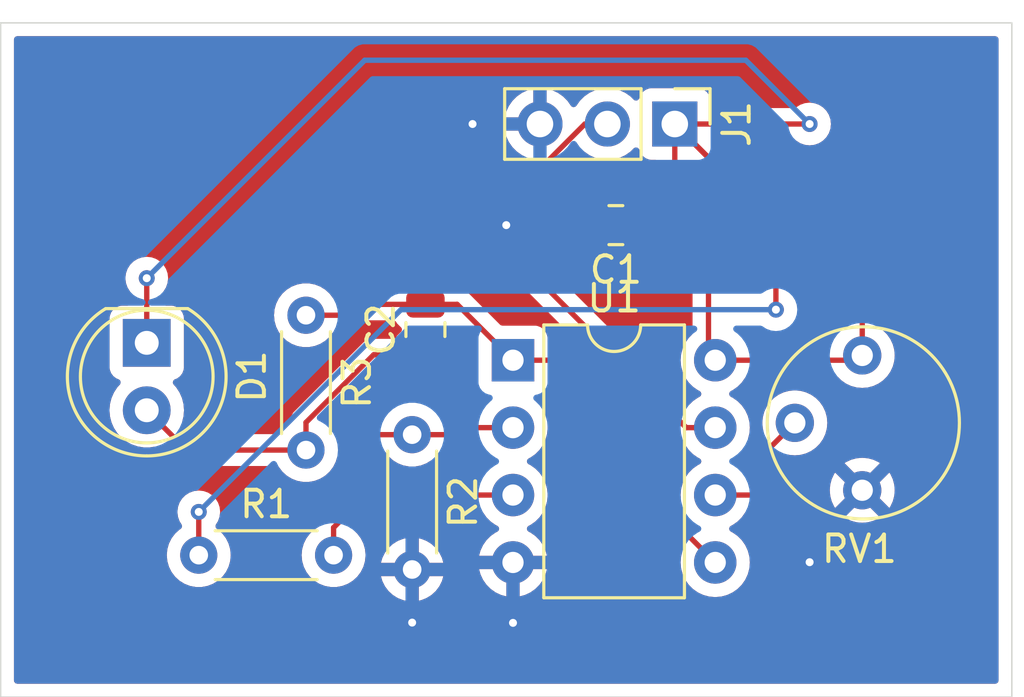
<source format=kicad_pcb>
(kicad_pcb (version 20240108) (generator "pcbnew") (generator_version "8.0")
  (layers (0 "F.Cu" signal) (31 "B.Cu" signal) (34 "B.Paste" user) (35 "F.Paste" user) (36 "B.SilkS" user "B.Silkscreen") (37 "F.SilkS" user "F.Silkscreen") (38 "B.Mask" user) (39 "F.Mask" user) (44 "Edge.Cuts" user))
  (net 0 "")
  (net 1 "+3.3V")
  (net 2 "GND")
  (net 3 "Net-(D1-A)")
  (net 4 "Net-(U1B-+)")
  (net 5 "Net-(J1-Pin_2)")
  (net 6 "Net-(U1A-+)")
  (net 7 "Net-(U1B--)")
  (footprint "Resistor_THT:R_Axial_DIN0204_L3.6mm_D1.6mm_P5.08mm_Horizontal" (layer "F.Cu") (at 32.864 45.455)
    (property "Reference" "R1" (at 2.54 -1.92 0) (layer "F.SilkS"))
    (property "Value" "10k")
    (fp_line (start 0.62 -0.92) (end 4.46 -0.92) (stroke (width 0.12)) (layer "F.SilkS"))
    (fp_line (start 0.62 0.92) (end 4.46 0.92) (stroke (width 0.12)) (layer "F.SilkS"))
    (pad "1" thru_hole circle (at 0 0) (size 1.4 1.4) (drill 0.7) (layers "*.Cu" "*.Mask") (net 1 "+3.3V"))
    (pad "2" thru_hole oval (at 5.08 0) (size 1.4 1.4) (drill 0.7) (layers "*.Cu" "*.Mask") (net 6 "Net-(U1A-+)"))
  )
  (footprint "Package_DIP:DIP-8_W7.62mm" (layer "F.Cu") (at 44.704 38.11)
    (property "Reference" "U1" (at 3.81 -2.33 0) (layer "F.SilkS"))
    (property "Value" "LMC6482")
    (fp_line (start 1.16 -1.33) (end 1.16 8.95) (stroke (width 0.12)) (layer "F.SilkS"))
    (fp_line (start 1.16 8.95) (end 6.46 8.95) (stroke (width 0.12)) (layer "F.SilkS"))
    (fp_line (start 2.81 -1.33) (end 1.16 -1.33) (stroke (width 0.12)) (layer "F.SilkS"))
    (fp_line (start 6.46 -1.33) (end 4.81 -1.33) (stroke (width 0.12)) (layer "F.SilkS"))
    (fp_line (start 6.46 8.95) (end 6.46 -1.33) (stroke (width 0.12)) (layer "F.SilkS"))
    (fp_arc (start 4.81 -1.33) (mid 3.81 -0.33) (end 2.81 -1.33) (stroke (width 0.12)) (layer "F.SilkS"))
    (pad "1" thru_hole rect (at 0 0) (size 1.6 1.6) (drill 0.8) (layers "*.Cu" "*.Mask") (net 4 "Net-(U1B-+)"))
    (pad "2" thru_hole oval (at 0 2.54) (size 1.6 1.6) (drill 0.8) (layers "*.Cu" "*.Mask") (net 3 "Net-(D1-A)"))
    (pad "3" thru_hole oval (at 0 5.08) (size 1.6 1.6) (drill 0.8) (layers "*.Cu" "*.Mask") (net 6 "Net-(U1A-+)"))
    (pad "4" thru_hole oval (at 0 7.62) (size 1.6 1.6) (drill 0.8) (layers "*.Cu" "*.Mask") (net 2 "GND"))
    (pad "5" thru_hole oval (at 7.62 7.62) (size 1.6 1.6) (drill 0.8) (layers "*.Cu" "*.Mask") (net 4 "Net-(U1B-+)"))
    (pad "6" thru_hole oval (at 7.62 5.08) (size 1.6 1.6) (drill 0.8) (layers "*.Cu" "*.Mask") (net 7 "Net-(U1B--)"))
    (pad "7" thru_hole oval (at 7.62 2.54) (size 1.6 1.6) (drill 0.8) (layers "*.Cu" "*.Mask") (net 5 "Net-(J1-Pin_2)"))
    (pad "8" thru_hole oval (at 7.62 0) (size 1.6 1.6) (drill 0.8) (layers "*.Cu" "*.Mask") (net 1 "+3.3V"))
  )
  (footprint "Potentiometer_THT:Potentiometer_Vishay_T7-YA_Single_Vertical" (layer "F.Cu") (at 57.863 37.93 180)
    (property "Reference" "RV1" (at 0.11 -7.29 0) (layer "F.SilkS"))
    (property "Value" "R_Potentiometer")
    (fp_circle (center -0.041 -2.54) (end 3.579 -2.54) (stroke (width 0.12)) (fill none) (layer "F.SilkS"))
    (pad "1" thru_hole circle (at 0 0 180) (size 1.44 1.44) (drill 0.8) (layers "*.Cu" "*.Mask") (net 1 "+3.3V"))
    (pad "2" thru_hole circle (at 2.54 -2.54 180) (size 1.44 1.44) (drill 0.8) (layers "*.Cu" "*.Mask") (net 7 "Net-(U1B--)"))
    (pad "3" thru_hole circle (at 0 -5.08 180) (size 1.44 1.44) (drill 0.8) (layers "*.Cu" "*.Mask") (net 2 "GND"))
  )
  (footprint "Resistor_THT:R_Axial_DIN0204_L3.6mm_D1.6mm_P5.08mm_Horizontal" (layer "F.Cu") (at 36.904 36.415 -90)
    (property "Reference" "R3" (at 2.54 -1.92 -90) (layer "F.SilkS"))
    (property "Value" "5.1M")
    (fp_line (start 0.62 0.92) (end 4.46 0.92) (stroke (width 0.12)) (layer "F.SilkS"))
    (fp_line (start 0.62 -0.92) (end 4.46 -0.92) (stroke (width 0.12)) (layer "F.SilkS"))
    (pad "1" thru_hole circle (at 0 0 270) (size 1.4 1.4) (drill 0.7) (layers "*.Cu" "*.Mask") (net 4 "Net-(U1B-+)"))
    (pad "2" thru_hole oval (at 5.08 0 270) (size 1.4 1.4) (drill 0.7) (layers "*.Cu" "*.Mask") (net 3 "Net-(D1-A)"))
  )
  (footprint "Resistor_THT:R_Axial_DIN0204_L3.6mm_D1.6mm_P5.08mm_Horizontal" (layer "F.Cu") (at 40.904 40.915 -90)
    (property "Reference" "R2" (at 2.54 -1.92 -90) (layer "F.SilkS"))
    (property "Value" "10k")
    (fp_line (start 0.62 0.92) (end 4.46 0.92) (stroke (width 0.12)) (layer "F.SilkS"))
    (fp_line (start 0.62 -0.92) (end 4.46 -0.92) (stroke (width 0.12)) (layer "F.SilkS"))
    (pad "1" thru_hole circle (at 0 0 270) (size 1.4 1.4) (drill 0.7) (layers "*.Cu" "*.Mask") (net 6 "Net-(U1A-+)"))
    (pad "2" thru_hole oval (at 5.08 0 270) (size 1.4 1.4) (drill 0.7) (layers "*.Cu" "*.Mask") (net 2 "GND"))
  )
  (footprint "Connector_PinHeader_2.54mm:PinHeader_1x03_P2.54mm_Vertical" (layer "F.Cu") (at 50.8 29.21 -90)
    (property "Reference" "J1" (at 0 -2.33 90) (layer "F.SilkS"))
    (property "Value" "Conn_01x03")
    (fp_line (start -1.33 6.41) (end 1.33 6.41) (stroke (width 0.12)) (layer "F.SilkS"))
    (fp_line (start -1.33 1.27) (end -1.33 6.41) (stroke (width 0.12)) (layer "F.SilkS"))
    (fp_line (start -1.33 1.27) (end 1.33 1.27) (stroke (width 0.12)) (layer "F.SilkS"))
    (fp_line (start 1.33 1.27) (end 1.33 6.41) (stroke (width 0.12)) (layer "F.SilkS"))
    (fp_line (start -1.33 0) (end -1.33 -1.33) (stroke (width 0.12)) (layer "F.SilkS"))
    (fp_line (start -1.33 -1.33) (end 0 -1.33) (stroke (width 0.12)) (layer "F.SilkS"))
    (pad "1" thru_hole rect (at 0 0 270) (size 1.7 1.7) (drill 1) (layers "*.Cu" "*.Mask") (net 1 "+3.3V"))
    (pad "2" thru_hole oval (at 0 2.54 270) (size 1.7 1.7) (drill 1) (layers "*.Cu" "*.Mask") (net 5 "Net-(J1-Pin_2)"))
    (pad "3" thru_hole oval (at 0 5.08 270) (size 1.7 1.7) (drill 1) (layers "*.Cu" "*.Mask") (net 2 "GND"))
  )
  (footprint "Capacitor_SMD:C_0805_2012Metric" (layer "F.Cu") (at 41.404 36.955 90)
    (property "Reference" "C2" (at 0 -1.68 90) (layer "F.SilkS"))
    (property "Value" "100nF")
    (fp_line (start -0.261252 -0.735) (end 0.261252 -0.735) (stroke (width 0.12)) (layer "F.SilkS"))
    (fp_line (start -0.261252 0.735) (end 0.261252 0.735) (stroke (width 0.12)) (layer "F.SilkS"))
    (pad "1" smd roundrect (at -0.95 0 90) (size 1 1.45) (layers "F.Cu" "F.Paste" "F.Mask") (net 3 "Net-(D1-A)"))
    (pad "2" smd roundrect (at 0.95 0 90) (size 1 1.45) (layers "F.Cu" "F.Paste" "F.Mask") (net 4 "Net-(U1B-+)"))
  )
  (footprint "Capacitor_SMD:C_0805_2012Metric" (layer "F.Cu") (at 48.58 33.02 180)
    (property "Reference" "C1" (at 0 -1.68 0) (layer "F.SilkS"))
    (property "Value" "1uF")
    (fp_line (start -0.261252 0.735) (end 0.261252 0.735) (stroke (width 0.12)) (layer "F.SilkS"))
    (fp_line (start -0.261252 -0.735) (end 0.261252 -0.735) (stroke (width 0.12)) (layer "F.SilkS"))
    (pad "1" smd roundrect (at -0.95 0 180) (size 1 1.45) (layers "F.Cu" "F.Paste" "F.Mask") (net 1 "+3.3V"))
    (pad "2" smd roundrect (at 0.95 0 180) (size 1 1.45) (layers "F.Cu" "F.Paste" "F.Mask") (net 2 "GND"))
  )
  (footprint "LED_THT:LED_D5.0mm" (layer "F.Cu") (at 30.904 37.455 -90)
    (property "Reference" "D1" (at 1.27 -3.96 90) (layer "F.SilkS"))
    (property "Value" "LED")
    (fp_line (start -1.29 -1.545) (end -1.29 1.545) (stroke (width 0.12)) (layer "F.SilkS"))
    (fp_arc (start 4.26 0.000048) (mid 2.071756 2.880501) (end -1.29 1.54483) (stroke (width 0.12)) (layer "F.SilkS"))
    (fp_arc (start -1.29 -1.54483) (mid 2.071756 -2.880501) (end 4.26 -0.000048) (stroke (width 0.12)) (layer "F.SilkS"))
    (fp_circle (center 1.27 0) (end 3.77 0) (stroke (width 0.12)) (fill none) (layer "F.SilkS"))
    (pad "1" thru_hole rect (at 0 0 270) (size 1.8 1.8) (drill 0.9) (layers "*.Cu" "*.Mask") (net 1 "+3.3V"))
    (pad "2" thru_hole circle (at 2.54 0 270) (size 1.8 1.8) (drill 0.9) (layers "*.Cu" "*.Mask") (net 3 "Net-(D1-A)"))
  )
  (gr_line (start 25.4 25.4) (end 25.4 50.8) (stroke (width 0.05)) (layer "Edge.Cuts"))
  (gr_line (start 63.5 50.8) (end 63.5 25.4) (stroke (width 0.05)) (layer "Edge.Cuts"))
  (gr_line (start 63.5 25.4) (end 25.4 25.4) (stroke (width 0.05)) (layer "Edge.Cuts"))
  (gr_line (start 25.4 50.8) (end 63.5 50.8) (stroke (width 0.05)) (layer "Edge.Cuts"))
  (segment (start 50.8 31.75) (end 50.8 29.21) (width 0.2) (layer "F.Cu") (net 1))
  (segment (start 50.8 29.21) (end 52.07 30.48) (width 0.2) (layer "F.Cu") (net 1))
  (segment (start 57.912 37.881) (end 57.863 37.93) (width 0.2) (layer "F.Cu") (net 1))
  (segment (start 30.904 35.019) (end 30.904 37.455) (width 0.2) (layer "F.Cu") (net 1))
  (segment (start 57.863 37.93) (end 57.863 36.273) (width 0.2) (layer "F.Cu") (net 1))
  (segment (start 52.07 37.856) (end 52.324 38.11) (width 0.2) (layer "F.Cu") (net 1))
  (segment (start 49.53 33.02) (end 50.8 31.75) (width 0.2) (layer "F.Cu") (net 1))
  (segment (start 57.863 36.273) (end 50.8 29.21) (width 0.2) (layer "F.Cu") (net 1))
  (segment (start 32.864 43.825) (end 32.864 45.455) (width 0.2) (layer "F.Cu") (net 1))
  (segment (start 57.683 38.11) (end 57.863 37.93) (width 0.2) (layer "F.Cu") (net 1))
  (segment (start 50.8 29.21) (end 55.88 29.21) (width 0.2) (layer "F.Cu") (net 1))
  (segment (start 52.324 38.11) (end 57.683 38.11) (width 0.2) (layer "F.Cu") (net 1))
  (segment (start 54.61 33.02) (end 54.61 36.205) (width 0.2) (layer "F.Cu") (net 1))
  (segment (start 50.8 29.21) (end 54.61 33.02) (width 0.2) (layer "F.Cu") (net 1))
  (segment (start 52.07 30.48) (end 52.07 37.856) (width 0.2) (layer "F.Cu") (net 1))
  (via (at 30.904 35.019) (size 0.6) (drill 0.3) (layers "F.Cu" "B.Cu") (net 1))
  (via (at 54.61 36.205) (size 0.6) (drill 0.3) (layers "F.Cu" "B.Cu") (net 1))
  (via (at 55.88 29.21) (size 0.6) (drill 0.3) (layers "F.Cu" "B.Cu") (net 1))
  (via (at 32.864 43.825) (size 0.6) (drill 0.3) (layers "F.Cu" "B.Cu") (net 1))
  (segment (start 53.477 26.807) (end 39.116 26.807) (width 0.2) (layer "B.Cu") (net 1))
  (segment (start 40.484 36.205) (end 32.864 43.825) (width 0.2) (layer "B.Cu") (net 1))
  (segment (start 55.88 29.21) (end 53.477 26.807) (width 0.2) (layer "B.Cu") (net 1))
  (segment (start 54.61 36.205) (end 40.484 36.205) (width 0.2) (layer "B.Cu") (net 1))
  (segment (start 39.116 26.807) (end 30.904 35.019) (width 0.2) (layer "B.Cu") (net 1))
  (segment (start 45.72 29.21) (end 43.18 29.21) (width 0.2) (layer "F.Cu") (net 2))
  (segment (start 44.704 48.006) (end 44.704 45.73) (width 0.2) (layer "F.Cu") (net 2))
  (segment (start 40.904 47.996) (end 40.904 45.995) (width 0.2) (layer "F.Cu") (net 2))
  (segment (start 57.863 43.01) (end 55.88 44.993) (width 0.2) (layer "F.Cu") (net 2))
  (segment (start 55.88 44.993) (end 55.88 45.72) (width 0.2) (layer "F.Cu") (net 2))
  (segment (start 44.45 33.02) (end 47.63 33.02) (width 0.2) (layer "F.Cu") (net 2))
  (via (at 40.904 47.996) (size 0.6) (drill 0.3) (layers "F.Cu" "B.Cu") (net 2))
  (via (at 44.45 33.02) (size 0.6) (drill 0.3) (layers "F.Cu" "B.Cu") (net 2))
  (via (at 43.18 29.21) (size 0.6) (drill 0.3) (layers "F.Cu" "B.Cu") (net 2))
  (via (at 55.88 45.72) (size 0.6) (drill 0.3) (layers "F.Cu" "B.Cu") (net 2))
  (via (at 44.704 48.006) (size 0.6) (drill 0.3) (layers "F.Cu" "B.Cu") (net 2))
  (segment (start 41.404 37.905) (end 42.854 37.905) (width 0.2) (layer "F.Cu") (net 3))
  (segment (start 31.944 41.495) (end 31.904 41.455) (width 0.2) (layer "F.Cu") (net 3))
  (segment (start 39.454 37.905) (end 41.404 37.905) (width 0.2) (layer "F.Cu") (net 3))
  (segment (start 31.904 41.455) (end 31.904 40.995) (width 0.2) (layer "F.Cu") (net 3))
  (segment (start 43.099 40.65) (end 44.704 40.65) (width 0.2) (layer "F.Cu") (net 3))
  (segment (start 36.904 40.455) (end 39.454 37.905) (width 0.2) (layer "F.Cu") (net 3))
  (segment (start 36.904 41.495) (end 36.904 40.455) (width 0.2) (layer "F.Cu") (net 3))
  (segment (start 36.904 41.495) (end 31.944 41.495) (width 0.2) (layer "F.Cu") (net 3))
  (segment (start 42.904 37.955) (end 42.904 40.455) (width 0.2) (layer "F.Cu") (net 3))
  (segment (start 42.854 37.905) (end 42.904 37.955) (width 0.2) (layer "F.Cu") (net 3))
  (segment (start 31.904 40.995) (end 30.904 39.995) (width 0.2) (layer "F.Cu") (net 3))
  (segment (start 42.904 40.455) (end 43.099 40.65) (width 0.2) (layer "F.Cu") (net 3))
  (segment (start 38.814 36.005) (end 38.404 36.415) (width 0.2) (layer "F.Cu") (net 4))
  (segment (start 44.704 38.11) (end 46.059 38.11) (width 0.2) (layer "F.Cu") (net 4))
  (segment (start 41.404 36.005) (end 38.814 36.005) (width 0.2) (layer "F.Cu") (net 4))
  (segment (start 41.404 36.005) (end 42.599 36.005) (width 0.2) (layer "F.Cu") (net 4))
  (segment (start 38.404 36.415) (end 36.904 36.415) (width 0.2) (layer "F.Cu") (net 4))
  (segment (start 46.404 39.81) (end 52.324 45.73) (width 0.2) (layer "F.Cu") (net 4))
  (segment (start 42.599 36.005) (end 44.704 38.11) (width 0.2) (layer "F.Cu") (net 4))
  (segment (start 46.059 38.11) (end 46.404 38.455) (width 0.2) (layer "F.Cu") (net 4))
  (segment (start 46.404 38.455) (end 46.404 39.81) (width 0.2) (layer "F.Cu") (net 4))
  (segment (start 51.231471 40.65) (end 52.324 40.65) (width 0.2) (layer "F.Cu") (net 5))
  (segment (start 47.411471 29.21) (end 43.85 32.771471) (width 0.2) (layer "F.Cu") (net 5))
  (segment (start 43.85 32.771471) (end 43.85 33.268529) (width 0.2) (layer "F.Cu") (net 5))
  (segment (start 48.26 29.21) (end 47.411471 29.21) (width 0.2) (layer "F.Cu") (net 5))
  (segment (start 43.85 33.268529) (end 51.231471 40.65) (width 0.2) (layer "F.Cu") (net 5))
  (segment (start 43.139 43.19) (end 44.704 43.19) (width 0.2) (layer "F.Cu") (net 6))
  (segment (start 37.944 45.455) (end 37.944 44.415) (width 0.2) (layer "F.Cu") (net 6))
  (segment (start 38.904 41.455) (end 39.444 40.915) (width 0.2) (layer "F.Cu") (net 6))
  (segment (start 39.444 40.915) (end 40.904 40.915) (width 0.2) (layer "F.Cu") (net 6))
  (segment (start 40.904 40.915) (end 42.364 40.915) (width 0.2) (layer "F.Cu") (net 6))
  (segment (start 42.364 40.915) (end 42.404 40.955) (width 0.2) (layer "F.Cu") (net 6))
  (segment (start 42.404 40.955) (end 42.404 42.455) (width 0.2) (layer "F.Cu") (net 6))
  (segment (start 37.944 44.415) (end 38.904 43.455) (width 0.2) (layer "F.Cu") (net 6))
  (segment (start 38.904 43.455) (end 38.904 41.455) (width 0.2) (layer "F.Cu") (net 6))
  (segment (start 42.404 42.455) (end 43.139 43.19) (width 0.2) (layer "F.Cu") (net 6))
  (segment (start 53.904 41.889) (end 55.323 40.47) (width 0.2) (layer "F.Cu") (net 7))
  (segment (start 52.324 43.19) (end 53.669 43.19) (width 0.2) (layer "F.Cu") (net 7))
  (segment (start 53.904 42.955) (end 53.904 41.889) (width 0.2) (layer "F.Cu") (net 7))
  (segment (start 53.669 43.19) (end 53.904 42.955) (width 0.2) (layer "F.Cu") (net 7))
  (zone (net 2) (net_name "GND") (layer "F.Cu") (connect_pads (clearance 0.5)) (min_thickness 0.25) (fill yes (thermal_gap 0.5) (thermal_bridge_width 0.5))
    (polygon (pts (xy 63.5 25.4) (xy 25.4 25.4) (xy 25.4 50.8) (xy 63.5 50.8)))
  )
  (zone (net 2) (net_name "GND") (layer "B.Cu") (priority 1) (connect_pads thru_hole_only (clearance 0.5)) (min_thickness 0.25) (fill yes (thermal_gap 0.5) (thermal_bridge_width 0.5))
    (polygon (pts (xy 63.5 25.4) (xy 25.4 25.4) (xy 25.4 50.8) (xy 63.5 50.8)))
  )
)
</source>
